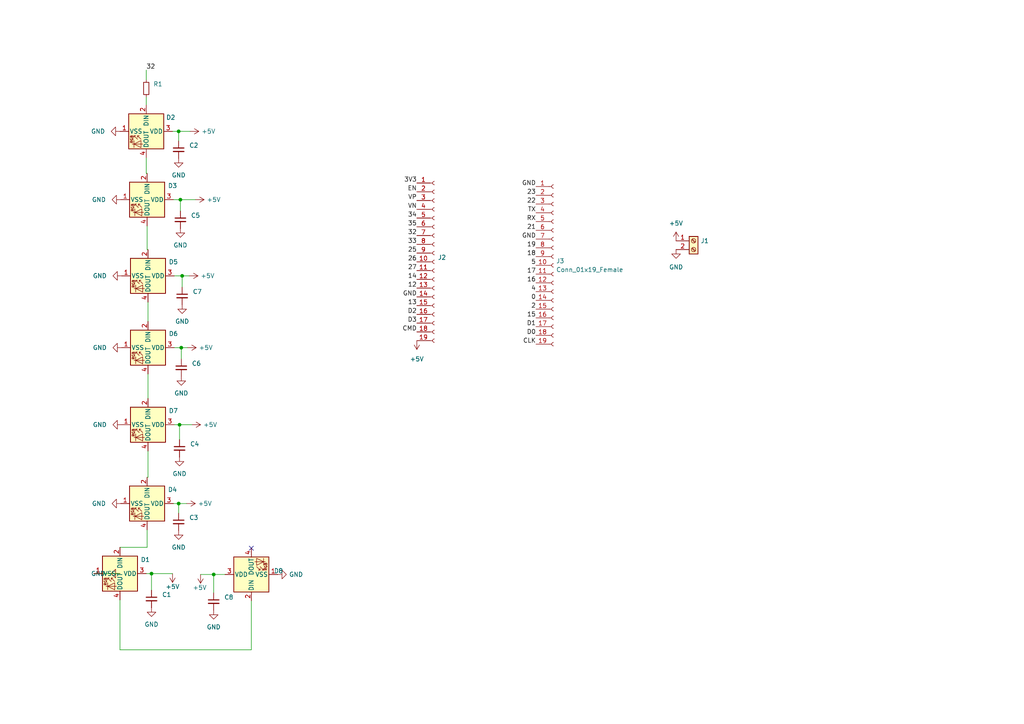
<source format=kicad_sch>
(kicad_sch (version 20211123) (generator eeschema)
  (paper "A4")
  (lib_symbols
    (symbol "Connector:Conn_01x19_Female" (pin_names (offset 1.016) hide)
      (property "Reference" "J" (at 0 25.4 0))
      (property "Value" "Conn_01x19_Female" (at 0 -25.4 0))
      (symbol "Conn_01x19_Female_1_1"
        (arc (start 0 -22.352) (mid -0.508 -22.86) (end 0 -23.368) (stroke (width 0.1524)))
        (arc (start 0 -19.812) (mid -0.508 -20.32) (end 0 -20.828) (stroke (width 0.1524)))
        (arc (start 0 -17.272) (mid -0.508 -17.78) (end 0 -18.288) (stroke (width 0.1524)))
        (arc (start 0 -14.732) (mid -0.508 -15.24) (end 0 -15.748) (stroke (width 0.1524)))
        (arc (start 0 -12.192) (mid -0.508 -12.7) (end 0 -13.208) (stroke (width 0.1524)))
        (arc (start 0 -9.652) (mid -0.508 -10.16) (end 0 -10.668) (stroke (width 0.1524)))
        (arc (start 0 -7.112) (mid -0.508 -7.62) (end 0 -8.128) (stroke (width 0.1524)))
        (arc (start 0 -4.572) (mid -0.508 -5.08) (end 0 -5.588) (stroke (width 0.1524)))
        (arc (start 0 -2.032) (mid -0.508 -2.54) (end 0 -3.048) (stroke (width 0.1524)))
        (polyline (pts (xy -1.27 -22.86) (xy -0.508 -22.86)) (stroke (width 0.1524)))
        (polyline (pts (xy -1.27 -20.32) (xy -0.508 -20.32)) (stroke (width 0.1524)))
        (polyline (pts (xy -1.27 -17.78) (xy -0.508 -17.78)) (stroke (width 0.1524)))
        (polyline (pts (xy -1.27 -15.24) (xy -0.508 -15.24)) (stroke (width 0.1524)))
        (polyline (pts (xy -1.27 -12.7) (xy -0.508 -12.7)) (stroke (width 0.1524)))
        (polyline (pts (xy -1.27 -10.16) (xy -0.508 -10.16)) (stroke (width 0.1524)))
        (polyline (pts (xy -1.27 -7.62) (xy -0.508 -7.62)) (stroke (width 0.1524)))
        (polyline (pts (xy -1.27 -5.08) (xy -0.508 -5.08)) (stroke (width 0.1524)))
        (polyline (pts (xy -1.27 -2.54) (xy -0.508 -2.54)) (stroke (width 0.1524)))
        (polyline (pts (xy -1.27 0) (xy -0.508 0)) (stroke (width 0.1524)))
        (polyline (pts (xy -1.27 2.54) (xy -0.508 2.54)) (stroke (width 0.1524)))
        (polyline (pts (xy -1.27 5.08) (xy -0.508 5.08)) (stroke (width 0.1524)))
        (polyline (pts (xy -1.27 7.62) (xy -0.508 7.62)) (stroke (width 0.1524)))
        (polyline (pts (xy -1.27 10.16) (xy -0.508 10.16)) (stroke (width 0.1524)))
        (polyline (pts (xy -1.27 12.7) (xy -0.508 12.7)) (stroke (width 0.1524)))
        (polyline (pts (xy -1.27 15.24) (xy -0.508 15.24)) (stroke (width 0.1524)))
        (polyline (pts (xy -1.27 17.78) (xy -0.508 17.78)) (stroke (width 0.1524)))
        (polyline (pts (xy -1.27 20.32) (xy -0.508 20.32)) (stroke (width 0.1524)))
        (polyline (pts (xy -1.27 22.86) (xy -0.508 22.86)) (stroke (width 0.1524)))
        (arc (start 0 0.508) (mid -0.508 0) (end 0 -0.508) (stroke (width 0.1524)))
        (arc (start 0 3.048) (mid -0.508 2.54) (end 0 2.032) (stroke (width 0.1524)))
        (arc (start 0 5.588) (mid -0.508 5.08) (end 0 4.572) (stroke (width 0.1524)))
        (arc (start 0 8.128) (mid -0.508 7.62) (end 0 7.112) (stroke (width 0.1524)))
        (arc (start 0 10.668) (mid -0.508 10.16) (end 0 9.652) (stroke (width 0.1524)))
        (arc (start 0 13.208) (mid -0.508 12.7) (end 0 12.192) (stroke (width 0.1524)))
        (arc (start 0 15.748) (mid -0.508 15.24) (end 0 14.732) (stroke (width 0.1524)))
        (arc (start 0 18.288) (mid -0.508 17.78) (end 0 17.272) (stroke (width 0.1524)))
        (arc (start 0 20.828) (mid -0.508 20.32) (end 0 19.812) (stroke (width 0.1524)))
        (arc (start 0 23.368) (mid -0.508 22.86) (end 0 22.352) (stroke (width 0.1524)))
        (pin passive line (at -5.08 22.86 0) (length 3.81) (name "Pin_1") (number "1"))
        (pin passive line (at -5.08 0 0) (length 3.81) (name "Pin_10") (number "10"))
        (pin passive line (at -5.08 -2.54 0) (length 3.81) (name "Pin_11") (number "11"))
        (pin passive line (at -5.08 -5.08 0) (length 3.81) (name "Pin_12") (number "12"))
        (pin passive line (at -5.08 -7.62 0) (length 3.81) (name "Pin_13") (number "13"))
        (pin passive line (at -5.08 -10.16 0) (length 3.81) (name "Pin_14") (number "14"))
        (pin passive line (at -5.08 -12.7 0) (length 3.81) (name "Pin_15") (number "15"))
        (pin passive line (at -5.08 -15.24 0) (length 3.81) (name "Pin_16") (number "16"))
        (pin passive line (at -5.08 -17.78 0) (length 3.81) (name "Pin_17") (number "17"))
        (pin passive line (at -5.08 -20.32 0) (length 3.81) (name "Pin_18") (number "18"))
        (pin passive line (at -5.08 -22.86 0) (length 3.81) (name "Pin_19") (number "19"))
        (pin passive line (at -5.08 20.32 0) (length 3.81) (name "Pin_2") (number "2"))
        (pin passive line (at -5.08 17.78 0) (length 3.81) (name "Pin_3") (number "3"))
        (pin passive line (at -5.08 15.24 0) (length 3.81) (name "Pin_4") (number "4"))
        (pin passive line (at -5.08 12.7 0) (length 3.81) (name "Pin_5") (number "5"))
        (pin passive line (at -5.08 10.16 0) (length 3.81) (name "Pin_6") (number "6"))
        (pin passive line (at -5.08 7.62 0) (length 3.81) (name "Pin_7") (number "7"))
        (pin passive line (at -5.08 5.08 0) (length 3.81) (name "Pin_8") (number "8"))
        (pin passive line (at -5.08 2.54 0) (length 3.81) (name "Pin_9") (number "9"))
      )
    )
    (symbol "Connector:Screw_Terminal_01x02" (pin_names (offset 1.016) hide)
      (property "Reference" "J" (at 0 2.54 0))
      (property "Value" "Screw_Terminal_01x02" (at 0 -5.08 0))
      (symbol "Screw_Terminal_01x02_1_1"
        (rectangle (start -1.27 1.27) (end 1.27 -3.81) (stroke (width 0.254)) (fill (type background)))
        (circle (center 0 -2.54) (radius 0.635) (stroke (width 0.1524)))
        (polyline (pts (xy -0.5334 -2.2098) (xy 0.3302 -3.048)) (stroke (width 0.1524)))
        (polyline (pts (xy -0.5334 0.3302) (xy 0.3302 -0.508)) (stroke (width 0.1524)))
        (polyline (pts (xy -0.3556 -2.032) (xy 0.508 -2.8702)) (stroke (width 0.1524)))
        (polyline (pts (xy -0.3556 0.508) (xy 0.508 -0.3302)) (stroke (width 0.1524)))
        (circle (center 0 0) (radius 0.635) (stroke (width 0.1524)))
        (pin passive line (at -5.08 0 0) (length 3.81) (name "Pin_1") (number "1"))
        (pin passive line (at -5.08 -2.54 0) (length 3.81) (name "Pin_2") (number "2"))
      )
    )
    (symbol "Device:C_Small" (pin_numbers hide) (pin_names (offset 0.254) hide)
      (property "Reference" "C" (at 0.254 1.778 0))
      (property "Value" "C_Small" (at 0.254 -2.032 0))
      (symbol "C_Small_0_1"
        (polyline (pts (xy -1.524 -0.508) (xy 1.524 -0.508)) (stroke (width 0.3302)))
        (polyline (pts (xy -1.524 0.508) (xy 1.524 0.508)) (stroke (width 0.3048)))
      )
      (symbol "C_Small_1_1"
        (pin passive line (at 0 2.54 270) (length 2.032) (name "~") (number "1"))
        (pin passive line (at 0 -2.54 90) (length 2.032) (name "~") (number "2"))
      )
    )
    (symbol "Device:R_Small" (pin_numbers hide) (pin_names (offset 0.254) hide)
      (property "Reference" "R" (at 0.762 0.508 0))
      (property "Value" "R_Small" (at 0.762 -1.016 0))
      (symbol "R_Small_0_1"
        (rectangle (start -0.762 1.778) (end 0.762 -1.778) (stroke (width 0.2032)))
      )
      (symbol "R_Small_1_1"
        (pin passive line (at 0 2.54 270) (length 0.762) (name "~") (number "1"))
        (pin passive line (at 0 -2.54 90) (length 0.762) (name "~") (number "2"))
      )
    )
    (symbol "LED:SK6812" (pin_names (offset 0.254))
      (property "Reference" "D" (at 5.08 5.715 0))
      (property "Value" "SK6812" (at 1.27 -5.715 0))
      (symbol "SK6812_0_0"
        (text "RGB" (at 2.286 -4.191 0) (effects (font (size 0.762 0.762))))
      )
      (symbol "SK6812_0_1"
        (polyline (pts (xy 1.27 -3.556) (xy 1.778 -3.556)))
        (polyline (pts (xy 1.27 -2.54) (xy 1.778 -2.54)))
        (polyline (pts (xy 4.699 -3.556) (xy 2.667 -3.556)))
        (polyline (pts (xy 2.286 -2.54) (xy 1.27 -3.556) (xy 1.27 -3.048)))
        (polyline (pts (xy 2.286 -1.524) (xy 1.27 -2.54) (xy 1.27 -2.032)))
        (polyline (pts (xy 3.683 -1.016) (xy 3.683 -3.556) (xy 3.683 -4.064)))
        (polyline (pts (xy 4.699 -1.524) (xy 2.667 -1.524) (xy 3.683 -3.556) (xy 4.699 -1.524)))
        (rectangle (start 5.08 5.08) (end -5.08 -5.08) (stroke (width 0.254)) (fill (type background)))
      )
      (symbol "SK6812_1_1"
        (pin power_in line (at 0 -7.62 90) (length 2.54) (name "VSS") (number "1"))
        (pin input line (at -7.62 0 0) (length 2.54) (name "DIN") (number "2"))
        (pin power_in line (at 0 7.62 270) (length 2.54) (name "VDD") (number "3"))
        (pin output line (at 7.62 0 180) (length 2.54) (name "DOUT") (number "4"))
      )
    )
    (symbol "power:+5V" (power) (pin_names (offset 0))
      (property "Value" "+5V" (at 0 3.556 0))
      (symbol "+5V_0_1"
        (polyline (pts (xy -0.762 1.27) (xy 0 2.54)))
        (polyline (pts (xy 0 0) (xy 0 2.54)))
        (polyline (pts (xy 0 2.54) (xy 0.762 1.27)))
      )
      (symbol "+5V_1_1"
        (pin power_in line (at 0 0 90) (length 0) hide (name "+5V") (number "1"))
      )
    )
    (symbol "power:GND" (power) (pin_names (offset 0))
      (property "Value" "GND" (at 0 -3.81 0))
      (symbol "GND_0_1"
        (polyline (pts (xy 0 0) (xy 0 -1.27) (xy 1.27 -1.27) (xy 0 -2.54) (xy -1.27 -1.27) (xy 0 -1.27)))
      )
      (symbol "GND_1_1"
        (pin power_in line (at 0 0 270) (length 0) hide (name "GND") (number "1"))
      )
    )
  )
  (junction (at 52.07 123.19))
  (junction (at 52.324 57.912))
  (junction (at 52.832 80.01))
  (junction (at 61.976 166.624))
  (junction (at 43.942 166.37))
  (junction (at 52.578 100.838))
  (junction (at 51.816 38.1))
  (junction (at 51.816 146.05))
  (no_connect (at 72.898 159.004))
  (wire (pts (xy 42.418 20.32) (xy 42.418 23.114)))
  (wire (pts (xy 34.798 188.468) (xy 72.898 188.468)))
  (wire (pts (xy 52.324 57.912) (xy 52.324 61.214)))
  (wire (pts (xy 61.976 166.624) (xy 58.166 166.624)))
  (wire (pts (xy 42.926 130.81) (xy 42.926 138.43)))
  (wire (pts (xy 42.926 87.63) (xy 42.926 93.218)))
  (wire (pts (xy 42.926 138.43) (xy 42.672 138.43)))
  (wire (pts (xy 51.816 146.05) (xy 50.292 146.05)))
  (wire (pts (xy 43.942 166.37) (xy 43.942 171.196)))
  (wire (pts (xy 42.672 158.75) (xy 34.798 158.75)))
  (wire (pts (xy 55.626 123.19) (xy 52.07 123.19)))
  (wire (pts (xy 56.642 57.912) (xy 52.324 57.912)))
  (wire (pts (xy 34.798 173.99) (xy 34.798 188.468)))
  (wire (pts (xy 52.07 123.19) (xy 50.546 123.19)))
  (wire (pts (xy 42.418 28.194) (xy 42.418 30.48)))
  (wire (pts (xy 52.832 80.01) (xy 50.546 80.01)))
  (wire (pts (xy 52.578 100.838) (xy 50.546 100.838)))
  (wire (pts (xy 43.942 166.37) (xy 50.038 166.37)))
  (wire (pts (xy 42.418 45.72) (xy 42.418 50.292)))
  (wire (pts (xy 42.926 108.458) (xy 42.926 115.57)))
  (wire (pts (xy 54.102 146.05) (xy 51.816 146.05)))
  (wire (pts (xy 52.07 123.19) (xy 52.07 127.508)))
  (wire (pts (xy 54.864 80.01) (xy 52.832 80.01)))
  (wire (pts (xy 27.178 166.37) (xy 34.798 166.37)))
  (wire (pts (xy 52.324 57.912) (xy 50.292 57.912)))
  (wire (pts (xy 42.418 166.37) (xy 43.942 166.37)))
  (wire (pts (xy 42.672 72.39) (xy 42.926 72.39)))
  (wire (pts (xy 61.976 166.624) (xy 61.976 171.958)))
  (wire (pts (xy 54.356 100.838) (xy 52.578 100.838)))
  (wire (pts (xy 52.832 80.01) (xy 52.832 83.312)))
  (wire (pts (xy 51.816 146.05) (xy 51.816 148.844)))
  (wire (pts (xy 42.672 65.532) (xy 42.672 72.39)))
  (wire (pts (xy 42.672 153.67) (xy 42.672 158.75)))
  (wire (pts (xy 52.578 100.838) (xy 52.578 104.14)))
  (wire (pts (xy 51.816 38.1) (xy 51.816 40.894)))
  (wire (pts (xy 51.816 38.1) (xy 50.038 38.1)))
  (wire (pts (xy 55.118 38.1) (xy 51.816 38.1)))
  (wire (pts (xy 72.898 188.468) (xy 72.898 174.244)))
  (wire (pts (xy 65.278 166.624) (xy 61.976 166.624)))
  (wire (pts (xy 42.418 50.292) (xy 42.672 50.292)))
  (label "GND" (at 120.904 86.106 180))
  (label "17" (at 155.448 79.502 180))
  (label "EN" (at 120.904 55.626 180))
  (label "15" (at 155.448 92.202 180))
  (label "23" (at 155.448 56.642 180))
  (label "3V3" (at 120.904 53.086 180))
  (label "D3" (at 120.904 93.726 180))
  (label "D0" (at 155.448 97.282 180))
  (label "32" (at 42.418 20.32 0))
  (label "VN" (at 120.904 60.706 180))
  (label "D1" (at 155.448 94.742 180))
  (label "13" (at 120.904 88.646 180))
  (label "12" (at 120.904 83.566 180))
  (label "35" (at 120.904 65.786 180))
  (label "RX" (at 155.448 64.262 180))
  (label "0" (at 155.448 87.122 180))
  (label "4" (at 155.448 84.582 180))
  (label "D2" (at 120.904 91.186 180))
  (label "32" (at 120.904 68.326 180))
  (label "16" (at 155.448 82.042 180))
  (label "19" (at 155.448 71.882 180))
  (label "GND" (at 155.448 54.102 180))
  (label "14" (at 120.904 81.026 180))
  (label "18" (at 155.448 74.422 180))
  (label "34" (at 120.904 63.246 180))
  (label "VP" (at 120.904 58.166 180))
  (label "27" (at 120.904 78.486 180))
  (label "TX" (at 155.448 61.722 180))
  (label "CLK" (at 155.448 99.822 180))
  (label "GND" (at 155.448 69.342 180))
  (label "22" (at 155.448 59.182 180))
  (label "26" (at 120.904 75.946 180))
  (label "CMD" (at 120.904 96.266 180))
  (label "25" (at 120.904 73.406 180))
  (label "21" (at 155.448 66.802 180))
  (label "33" (at 120.904 70.866 180))
  (label "2" (at 155.448 89.662 180))
  (label "5" (at 155.448 76.962 180))
  (symbol (lib_id "Connector:Conn_01x19_Female") (at 160.528 76.962 0) (unit 1) (in_bom no)
    (property "Reference" "J3" (at 161.29 75.6919 0) (effects (justify left)))
    (property "Value" "Conn_01x19_Female" (at 161.29 78.2319 0) (effects (justify left)))
    (property "Footprint" "Connector_PinSocket_2.54mm:PinSocket_1x19_P2.54mm_Vertical" (effects hide))
    (property "JLCPCB Part#" "C5142252" (effects hide))
  )
  (symbol (lib_id "power:GND") (at 35.306 100.838 270) (unit 1)
    (property "Reference" "#PWR06" (effects hide))
    (property "Value" "GND" (at 30.988 100.8379 90) (effects (justify right)))
  )
  (symbol (lib_id "power:GND") (at 80.518 166.624 90) (unit 1)
    (property "Reference" "#PWR024" (effects hide))
    (property "Value" "GND" (at 83.82 166.6239 90) (effects (justify right)))
  )
  (symbol (lib_id "power:GND") (at 34.798 166.37 270) (unit 1)
    (property "Reference" "#PWR02" (effects hide))
    (property "Value" "GND" (at 30.48 166.3699 90) (effects (justify right)))
  )
  (symbol (lib_id "Device:C_Small") (at 51.816 151.384 0) (unit 1)
    (property "Reference" "C3" (at 54.864 150.1202 0) (effects (justify left)))
    (property "Value" "330nF" (effects hide))
    (property "Footprint" "Capacitor_SMD:C_0402_1005Metric" (effects hide))
    (property "JLCPCB Part#" "C318723" (effects hide))
  )
  (symbol (lib_id "power:GND") (at 35.306 123.19 270) (unit 1)
    (property "Reference" "#PWR07" (effects hide))
    (property "Value" "GND" (at 30.988 123.1899 90) (effects (justify right)))
  )
  (symbol (lib_id "power:GND") (at 196.088 72.39 0) (unit 1)
    (property "Reference" "#PWR026" (effects hide))
    (property "Value" "GND" (at 196.088 77.47 0))
  )
  (symbol (lib_id "power:+5V") (at 54.864 80.01 270) (unit 1)
    (property "Reference" "#PWR018" (effects hide))
    (property "Value" "+5V" (at 58.166 80.0099 90) (effects (justify left)))
  )
  (symbol (lib_id "LED:SK6812") (at 42.672 146.05 270) (unit 1)
    (property "Reference" "D4" (at 50.038 142.0112 90))
    (property "Value" "SK6812" (effects hide))
    (property "Footprint" "LED_SMD:LED_SK6812_PLCC4_5.0x5.0mm_P3.2mm" (effects hide))
    (property "Datasheet" "https://cdn-shop.adafruit.com/product-files/1138/SK6812+LED+datasheet+.pdf" (effects hide))
    (property "JLCPCB Part#" "C5378720" (effects hide))
  )
  (symbol (lib_id "power:+5V") (at 58.166 166.624 180) (unit 1)
    (property "Reference" "#PWR022" (effects hide))
    (property "Value" "+5V" (at 55.88 170.434 0) (effects (justify right)))
  )
  (symbol (lib_id "Connector:Screw_Terminal_01x02") (at 201.168 69.85 0) (unit 1) (in_bom no)
    (property "Reference" "J1" (at 203.2 69.8499 0) (effects (justify left)))
    (property "Value" "Screw_Terminal_01x02" (effects hide))
    (property "Footprint" "TerminalBlock_TE-Connectivity:TerminalBlock_TE_282834-2_1x02_P2.54mm_Horizontal" (effects hide))
    (property "JLCPCB Part#" "C8466 " (effects hide))
  )
  (symbol (lib_id "power:+5V") (at 50.038 166.37 180) (unit 1)
    (property "Reference" "#PWR09" (effects hide))
    (property "Value" "+5V" (at 48.006 170.18 0) (effects (justify right)))
  )
  (symbol (lib_id "LED:SK6812") (at 42.418 38.1 270) (unit 1)
    (property "Reference" "D2" (at 49.53 34.0612 90))
    (property "Value" "SK6812" (effects hide))
    (property "Footprint" "LED_SMD:LED_SK6812_PLCC4_5.0x5.0mm_P3.2mm" (effects hide))
    (property "Datasheet" "https://cdn-shop.adafruit.com/product-files/1138/SK6812+LED+datasheet+.pdf" (effects hide))
    (property "JLCPCB Part#" "C5378720" (effects hide))
  )
  (symbol (lib_id "power:+5V") (at 55.118 38.1 270) (unit 1)
    (property "Reference" "#PWR019" (effects hide))
    (property "Value" "+5V" (at 58.42 38.0999 90) (effects (justify left)))
  )
  (symbol (lib_id "Device:R_Small") (at 42.418 25.654 0) (unit 1)
    (property "Reference" "R1" (at 44.45 24.3839 0) (effects (justify left)))
    (property "Value" "330Ω" (effects hide))
    (property "Footprint" "Resistor_SMD:R_0402_1005Metric" (effects hide))
    (property "JLCPCB Part#" "C186314" (effects hide))
  )
  (symbol (lib_id "power:+5V") (at 56.642 57.912 270) (unit 1)
    (property "Reference" "#PWR021" (effects hide))
    (property "Value" "+5V" (at 59.944 57.9119 90) (effects (justify left)))
  )
  (symbol (lib_id "power:GND") (at 43.942 176.276 0) (unit 1)
    (property "Reference" "#PWR08" (effects hide))
    (property "Value" "GND" (at 43.942 181.102 0))
  )
  (symbol (lib_id "power:+5V") (at 196.088 69.85 0) (unit 1)
    (property "Reference" "#PWR025" (effects hide))
    (property "Value" "+5V" (at 196.088 64.77 0))
  )
  (symbol (lib_id "power:GND") (at 35.052 146.05 270) (unit 1)
    (property "Reference" "#PWR04" (effects hide))
    (property "Value" "GND" (at 30.734 146.0499 90) (effects (justify right)))
  )
  (symbol (lib_id "Device:C_Small") (at 43.942 173.736 0) (unit 1)
    (property "Reference" "C1" (at 46.99 172.4722 0) (effects (justify left)))
    (property "Value" "330nF" (effects hide))
    (property "Footprint" "Capacitor_SMD:C_0402_1005Metric" (effects hide))
    (property "JLCPCB Part#" "C318723" (effects hide))
  )
  (symbol (lib_id "power:GND") (at 52.07 132.588 0) (unit 1)
    (property "Reference" "#PWR012" (effects hide))
    (property "Value" "GND" (at 52.07 137.414 0))
  )
  (symbol (lib_id "power:GND") (at 61.976 177.038 0) (unit 1)
    (property "Reference" "#PWR023" (effects hide))
    (property "Value" "GND" (at 61.976 181.864 0))
  )
  (symbol (lib_id "power:GND") (at 35.052 57.912 270) (unit 1)
    (property "Reference" "#PWR03" (effects hide))
    (property "Value" "GND" (at 30.734 57.9119 90) (effects (justify right)))
  )
  (symbol (lib_id "LED:SK6812") (at 42.926 100.838 270) (unit 1)
    (property "Reference" "D6" (at 50.292 96.7992 90))
    (property "Value" "SK6812" (effects hide))
    (property "Footprint" "LED_SMD:LED_SK6812_PLCC4_5.0x5.0mm_P3.2mm" (effects hide))
    (property "Datasheet" "https://cdn-shop.adafruit.com/product-files/1138/SK6812+LED+datasheet+.pdf" (effects hide))
    (property "JLCPCB Part#" "C5378720" (effects hide))
  )
  (symbol (lib_id "Device:C_Small") (at 51.816 43.434 0) (unit 1)
    (property "Reference" "C2" (at 54.864 42.1702 0) (effects (justify left)))
    (property "Value" "330nF" (effects hide))
    (property "Footprint" "Capacitor_SMD:C_0402_1005Metric" (effects hide))
    (property "JLCPCB Part#" "C318723" (effects hide))
  )
  (symbol (lib_id "LED:SK6812") (at 42.672 57.912 270) (unit 1)
    (property "Reference" "D3" (at 50.038 53.8732 90))
    (property "Value" "SK6812" (effects hide))
    (property "Footprint" "LED_SMD:LED_SK6812_PLCC4_5.0x5.0mm_P3.2mm" (effects hide))
    (property "Datasheet" "https://cdn-shop.adafruit.com/product-files/1138/SK6812+LED+datasheet+.pdf" (effects hide))
    (property "JLCPCB Part#" "C5378720" (effects hide))
  )
  (symbol (lib_id "power:GND") (at 52.324 66.294 0) (unit 1)
    (property "Reference" "#PWR013" (effects hide))
    (property "Value" "GND" (at 52.324 71.12 0))
  )
  (symbol (lib_id "LED:SK6812") (at 42.926 80.01 270) (unit 1)
    (property "Reference" "D5" (at 50.292 75.9712 90))
    (property "Value" "SK6812" (effects hide))
    (property "Footprint" "LED_SMD:LED_SK6812_PLCC4_5.0x5.0mm_P3.2mm" (effects hide))
    (property "Datasheet" "https://cdn-shop.adafruit.com/product-files/1138/SK6812+LED+datasheet+.pdf" (effects hide))
    (property "JLCPCB Part#" "C5378720" (effects hide))
  )
  (symbol (lib_id "power:GND") (at 51.816 153.924 0) (unit 1)
    (property "Reference" "#PWR011" (effects hide))
    (property "Value" "GND" (at 51.816 158.75 0))
  )
  (symbol (lib_id "Device:C_Small") (at 52.07 130.048 0) (unit 1)
    (property "Reference" "C4" (at 55.118 128.7842 0) (effects (justify left)))
    (property "Value" "330nF" (effects hide))
    (property "Footprint" "Capacitor_SMD:C_0402_1005Metric" (effects hide))
    (property "JLCPCB Part#" "C318723" (effects hide))
  )
  (symbol (lib_id "LED:SK6812") (at 72.898 166.624 90) (unit 1)
    (property "Reference" "D8" (at 80.772 165.5826 90))
    (property "Value" "SK6812" (effects hide))
    (property "Footprint" "LED_SMD:LED_SK6812_PLCC4_5.0x5.0mm_P3.2mm" (effects hide))
    (property "Datasheet" "https://cdn-shop.adafruit.com/product-files/1138/SK6812+LED+datasheet+.pdf" (effects hide))
    (property "JLCPCB Part#" "C5378720" (effects hide))
  )
  (symbol (lib_id "Device:C_Small") (at 61.976 174.498 0) (unit 1)
    (property "Reference" "C8" (at 65.024 173.2342 0) (effects (justify left)))
    (property "Value" "330nF" (effects hide))
    (property "Footprint" "Capacitor_SMD:C_0402_1005Metric" (effects hide))
    (property "JLCPCB Part#" "C318723" (effects hide))
  )
  (symbol (lib_id "power:GND") (at 52.578 109.22 0) (unit 1)
    (property "Reference" "#PWR014" (effects hide))
    (property "Value" "GND" (at 52.578 114.046 0))
  )
  (symbol (lib_id "LED:SK6812") (at 34.798 166.37 270) (unit 1)
    (property "Reference" "D1" (at 42.164 162.3312 90))
    (property "Value" "SK6812" (effects hide))
    (property "Footprint" "LED_SMD:LED_SK6812_PLCC4_5.0x5.0mm_P3.2mm" (effects hide))
    (property "Datasheet" "https://cdn-shop.adafruit.com/product-files/1138/SK6812+LED+datasheet+.pdf" (effects hide))
    (property "JLCPCB Part#" "C5378720" (effects hide))
  )
  (symbol (lib_id "power:GND") (at 51.816 45.974 0) (unit 1)
    (property "Reference" "#PWR010" (effects hide))
    (property "Value" "GND" (at 51.816 50.8 0))
  )
  (symbol (lib_id "Device:C_Small") (at 52.832 85.852 0) (unit 1)
    (property "Reference" "C7" (at 55.88 84.5882 0) (effects (justify left)))
    (property "Value" "330nF" (effects hide))
    (property "Footprint" "Capacitor_SMD:C_0402_1005Metric" (effects hide))
    (property "JLCPCB Part#" "C318723" (effects hide))
  )
  (symbol (lib_id "Device:C_Small") (at 52.324 63.754 0) (unit 1)
    (property "Reference" "C5" (at 55.372 62.4902 0) (effects (justify left)))
    (property "Value" "330nF" (effects hide))
    (property "Footprint" "Capacitor_SMD:C_0402_1005Metric" (effects hide))
    (property "JLCPCB Part#" "C318723" (effects hide))
  )
  (symbol (lib_id "power:+5V") (at 120.904 98.806 180) (unit 1)
    (property "Reference" "#PWR027" (effects hide))
    (property "Value" "+5V" (at 120.904 104.14 0))
  )
  (symbol (lib_id "LED:SK6812") (at 42.926 123.19 270) (unit 1)
    (property "Reference" "D7" (at 50.292 119.1512 90))
    (property "Value" "SK6812" (effects hide))
    (property "Footprint" "LED_SMD:LED_SK6812_PLCC4_5.0x5.0mm_P3.2mm" (effects hide))
    (property "Datasheet" "https://cdn-shop.adafruit.com/product-files/1138/SK6812+LED+datasheet+.pdf" (effects hide))
    (property "JLCPCB Part#" "C5378720" (effects hide))
  )
  (symbol (lib_id "power:+5V") (at 54.102 146.05 270) (unit 1)
    (property "Reference" "#PWR016" (effects hide))
    (property "Value" "+5V" (at 57.404 146.0499 90) (effects (justify left)))
  )
  (symbol (lib_id "power:+5V") (at 54.356 100.838 270) (unit 1)
    (property "Reference" "#PWR017" (effects hide))
    (property "Value" "+5V" (at 57.658 100.8379 90) (effects (justify left)))
  )
  (symbol (lib_id "Connector:Conn_01x19_Female") (at 125.984 75.946 0) (unit 1) (in_bom no)
    (property "Reference" "J2" (at 127 74.6759 0) (effects (justify left)))
    (property "Value" "Conn_01x19_Female" (effects hide))
    (property "Footprint" "Connector_PinSocket_2.54mm:PinSocket_1x19_P2.54mm_Vertical" (effects hide))
    (property "JLCPCB Part#" "C5142252" (effects hide))
  )
  (symbol (lib_id "power:GND") (at 34.798 38.1 270) (unit 1)
    (property "Reference" "#PWR01" (effects hide))
    (property "Value" "GND" (at 30.48 38.0999 90) (effects (justify right)))
  )
  (symbol (lib_id "Device:C_Small") (at 52.578 106.68 0) (unit 1)
    (property "Reference" "C6" (at 55.626 105.4162 0) (effects (justify left)))
    (property "Value" "330nF" (effects hide))
    (property "Footprint" "Capacitor_SMD:C_0402_1005Metric" (effects hide))
    (property "JLCPCB Part#" "C318723" (effects hide))
  )
  (symbol (lib_id "power:GND") (at 52.832 88.392 0) (unit 1)
    (property "Reference" "#PWR015" (effects hide))
    (property "Value" "GND" (at 52.832 93.218 0))
  )
  (symbol (lib_id "power:+5V") (at 55.626 123.19 270) (unit 1)
    (property "Reference" "#PWR020" (effects hide))
    (property "Value" "+5V" (at 58.928 123.1899 90) (effects (justify left)))
  )
  (symbol (lib_id "power:GND") (at 35.306 80.01 270) (unit 1)
    (property "Reference" "#PWR05" (effects hide))
    (property "Value" "GND" (at 30.988 80.0099 90) (effects (justify right)))
  )
)
</source>
